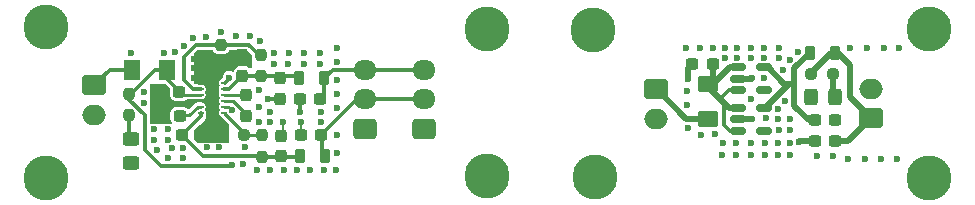
<source format=gtl>
%TF.GenerationSoftware,KiCad,Pcbnew,9.0.0*%
%TF.CreationDate,2025-04-24T22:58:58+03:00*%
%TF.ProjectId,PSU,5053552e-6b69-4636-9164-5f7063625858,rev?*%
%TF.SameCoordinates,Original*%
%TF.FileFunction,Copper,L1,Top*%
%TF.FilePolarity,Positive*%
%FSLAX46Y46*%
G04 Gerber Fmt 4.6, Leading zero omitted, Abs format (unit mm)*
G04 Created by KiCad (PCBNEW 9.0.0) date 2025-04-24 22:58:58*
%MOMM*%
%LPD*%
G01*
G04 APERTURE LIST*
G04 Aperture macros list*
%AMRoundRect*
0 Rectangle with rounded corners*
0 $1 Rounding radius*
0 $2 $3 $4 $5 $6 $7 $8 $9 X,Y pos of 4 corners*
0 Add a 4 corners polygon primitive as box body*
4,1,4,$2,$3,$4,$5,$6,$7,$8,$9,$2,$3,0*
0 Add four circle primitives for the rounded corners*
1,1,$1+$1,$2,$3*
1,1,$1+$1,$4,$5*
1,1,$1+$1,$6,$7*
1,1,$1+$1,$8,$9*
0 Add four rect primitives between the rounded corners*
20,1,$1+$1,$2,$3,$4,$5,0*
20,1,$1+$1,$4,$5,$6,$7,0*
20,1,$1+$1,$6,$7,$8,$9,0*
20,1,$1+$1,$8,$9,$2,$3,0*%
G04 Aperture macros list end*
%TA.AperFunction,ComponentPad*%
%ADD10O,2.000000X1.700000*%
%TD*%
%TA.AperFunction,ComponentPad*%
%ADD11RoundRect,0.250000X-0.750000X0.600000X-0.750000X-0.600000X0.750000X-0.600000X0.750000X0.600000X0*%
%TD*%
%TA.AperFunction,SMDPad,CuDef*%
%ADD12RoundRect,0.237500X-0.300000X-0.237500X0.300000X-0.237500X0.300000X0.237500X-0.300000X0.237500X0*%
%TD*%
%TA.AperFunction,SMDPad,CuDef*%
%ADD13RoundRect,0.237500X-0.237500X0.250000X-0.237500X-0.250000X0.237500X-0.250000X0.237500X0.250000X0*%
%TD*%
%TA.AperFunction,SMDPad,CuDef*%
%ADD14RoundRect,0.237500X0.300000X0.237500X-0.300000X0.237500X-0.300000X-0.237500X0.300000X-0.237500X0*%
%TD*%
%TA.AperFunction,SMDPad,CuDef*%
%ADD15RoundRect,0.250001X0.462499X0.624999X-0.462499X0.624999X-0.462499X-0.624999X0.462499X-0.624999X0*%
%TD*%
%TA.AperFunction,ComponentPad*%
%ADD16O,1.950000X1.700000*%
%TD*%
%TA.AperFunction,ComponentPad*%
%ADD17RoundRect,0.250000X0.725000X-0.600000X0.725000X0.600000X-0.725000X0.600000X-0.725000X-0.600000X0*%
%TD*%
%TA.AperFunction,ConnectorPad*%
%ADD18C,3.800000*%
%TD*%
%TA.AperFunction,ComponentPad*%
%ADD19C,2.600000*%
%TD*%
%TA.AperFunction,SMDPad,CuDef*%
%ADD20RoundRect,0.237500X0.237500X-0.250000X0.237500X0.250000X-0.237500X0.250000X-0.237500X-0.250000X0*%
%TD*%
%TA.AperFunction,SMDPad,CuDef*%
%ADD21RoundRect,0.237500X-0.237500X0.300000X-0.237500X-0.300000X0.237500X-0.300000X0.237500X0.300000X0*%
%TD*%
%TA.AperFunction,SMDPad,CuDef*%
%ADD22RoundRect,0.250000X0.450000X-0.325000X0.450000X0.325000X-0.450000X0.325000X-0.450000X-0.325000X0*%
%TD*%
%TA.AperFunction,ComponentPad*%
%ADD23C,0.600000*%
%TD*%
%TA.AperFunction,SMDPad,CuDef*%
%ADD24R,1.000000X2.650000*%
%TD*%
%TA.AperFunction,SMDPad,CuDef*%
%ADD25RoundRect,0.062500X-0.187500X-0.062500X0.187500X-0.062500X0.187500X0.062500X-0.187500X0.062500X0*%
%TD*%
%TA.AperFunction,SMDPad,CuDef*%
%ADD26RoundRect,0.237500X0.237500X-0.300000X0.237500X0.300000X-0.237500X0.300000X-0.237500X-0.300000X0*%
%TD*%
%TA.AperFunction,SMDPad,CuDef*%
%ADD27RoundRect,0.218750X-0.218750X-0.381250X0.218750X-0.381250X0.218750X0.381250X-0.218750X0.381250X0*%
%TD*%
%TA.AperFunction,SMDPad,CuDef*%
%ADD28RoundRect,0.237500X0.250000X0.237500X-0.250000X0.237500X-0.250000X-0.237500X0.250000X-0.237500X0*%
%TD*%
%TA.AperFunction,SMDPad,CuDef*%
%ADD29RoundRect,0.150000X-0.512500X-0.150000X0.512500X-0.150000X0.512500X0.150000X-0.512500X0.150000X0*%
%TD*%
%TA.AperFunction,SMDPad,CuDef*%
%ADD30RoundRect,0.250000X-0.325000X-0.450000X0.325000X-0.450000X0.325000X0.450000X-0.325000X0.450000X0*%
%TD*%
%TA.AperFunction,SMDPad,CuDef*%
%ADD31RoundRect,0.250001X-0.624999X0.462499X-0.624999X-0.462499X0.624999X-0.462499X0.624999X0.462499X0*%
%TD*%
%TA.AperFunction,SMDPad,CuDef*%
%ADD32RoundRect,0.237500X-0.250000X-0.237500X0.250000X-0.237500X0.250000X0.237500X-0.250000X0.237500X0*%
%TD*%
%TA.AperFunction,ComponentPad*%
%ADD33RoundRect,0.250000X0.750000X-0.600000X0.750000X0.600000X-0.750000X0.600000X-0.750000X-0.600000X0*%
%TD*%
%TA.AperFunction,ViaPad*%
%ADD34C,0.600000*%
%TD*%
%TA.AperFunction,Conductor*%
%ADD35C,0.350000*%
%TD*%
%TA.AperFunction,Conductor*%
%ADD36C,0.200000*%
%TD*%
%TA.AperFunction,Conductor*%
%ADD37C,0.250000*%
%TD*%
%TA.AperFunction,Conductor*%
%ADD38C,0.300000*%
%TD*%
%TA.AperFunction,Conductor*%
%ADD39C,0.500000*%
%TD*%
G04 APERTURE END LIST*
D10*
%TO.P,J1,2,Pin_2*%
%TO.N,AGND*%
X94133500Y-101737800D03*
D11*
%TO.P,J1,1,Pin_1*%
%TO.N,/RAWA_Unprotected*%
X94133500Y-99237800D03*
%TD*%
D12*
%TO.P,C5,2*%
%TO.N,AGND*%
X103327200Y-103454200D03*
%TO.P,C5,1*%
%TO.N,/-2.56V*%
X101602200Y-103454200D03*
%TD*%
D13*
%TO.P,RLd,2*%
%TO.N,Net-(D1-A)*%
X97105300Y-101775900D03*
%TO.P,RLd,1*%
%TO.N,RAW_A*%
X97105300Y-99950900D03*
%TD*%
D14*
%TO.P,C9,2*%
%TO.N,AGND*%
X111635200Y-103454200D03*
%TO.P,C9,1*%
%TO.N,/AVSS*%
X113360200Y-103454200D03*
%TD*%
D15*
%TO.P,F1,2*%
%TO.N,/RAWA_Unprotected*%
X97345000Y-97917000D03*
%TO.P,F1,1*%
%TO.N,RAW_A*%
X100320000Y-97917000D03*
%TD*%
D14*
%TO.P,C3,2*%
%TO.N,AGND*%
X99645300Y-101803200D03*
%TO.P,C3,1*%
%TO.N,Net-(U1-CP)*%
X101370300Y-101803200D03*
%TD*%
D16*
%TO.P,J3,3,Pin_3*%
%TO.N,/AVDD*%
X122052900Y-97931600D03*
%TO.P,J3,2,Pin_2*%
%TO.N,/AVSS*%
X122052900Y-100431600D03*
D17*
%TO.P,J3,1,Pin_1*%
%TO.N,AGND*%
X122052900Y-102931600D03*
%TD*%
D18*
%TO.P,H3,1,1*%
%TO.N,AGND*%
X90018700Y-94335600D03*
D19*
X90018700Y-94335600D03*
%TD*%
D14*
%TO.P,C7,2*%
%TO.N,AGND*%
X111559000Y-100431600D03*
%TO.P,C7,1*%
%TO.N,/AVDD*%
X113284000Y-100431600D03*
%TD*%
D20*
%TO.P,R1,2*%
%TO.N,Net-(U1-FB+)*%
X108255900Y-96648900D03*
%TO.P,R1,1*%
%TO.N,/+2.52V*%
X108255900Y-98473900D03*
%TD*%
D18*
%TO.P,H4,1,1*%
%TO.N,AGND*%
X127356700Y-94462600D03*
D19*
X127356700Y-94462600D03*
%TD*%
D18*
%TO.P,H1,1,1*%
%TO.N,AGND*%
X127382100Y-106883200D03*
D19*
X127382100Y-106883200D03*
%TD*%
D21*
%TO.P,C2,2*%
%TO.N,Net-(U1-C-)*%
X106960500Y-101802100D03*
%TO.P,C2,1*%
%TO.N,Net-(U1-C+)*%
X106960500Y-100077100D03*
%TD*%
D22*
%TO.P,D1,2,A*%
%TO.N,Net-(D1-A)*%
X97283100Y-103800800D03*
%TO.P,D1,1,K*%
%TO.N,AGND*%
X97283100Y-105850800D03*
%TD*%
D21*
%TO.P,C4,2*%
%TO.N,/+2.52V*%
X106681100Y-98423900D03*
%TO.P,C4,1*%
%TO.N,AGND*%
X106681100Y-96698900D03*
%TD*%
D14*
%TO.P,C1,2*%
%TO.N,AGND*%
X99621000Y-99822000D03*
%TO.P,C1,1*%
%TO.N,RAW_A*%
X101346000Y-99822000D03*
%TD*%
D23*
%TO.P,U1,13,PAD*%
%TO.N,AGND*%
X104128050Y-101300600D03*
D24*
X104128050Y-100300600D03*
D23*
X104128050Y-100300600D03*
X104128050Y-99300600D03*
D25*
%TO.P,U1,12,EN+*%
%TO.N,RAW_A*%
X105078050Y-99050600D03*
%TO.P,U1,11,OUT+*%
%TO.N,/+2.52V*%
X105078050Y-99550600D03*
%TO.P,U1,10,C+*%
%TO.N,Net-(U1-C+)*%
X105078050Y-100050600D03*
%TO.P,U1,9,C-*%
%TO.N,Net-(U1-C-)*%
X105078050Y-100550600D03*
%TO.P,U1,8,EN-*%
%TO.N,RAW_A*%
X105078050Y-101050600D03*
%TO.P,U1,7,FB-*%
%TO.N,Net-(U1-FB-)*%
X105078050Y-101550600D03*
%TO.P,U1,6,OUT-*%
%TO.N,/-2.56V*%
X103178050Y-101550600D03*
%TO.P,U1,5,CP*%
%TO.N,Net-(U1-CP)*%
X103178050Y-101050600D03*
%TO.P,U1,4,GND*%
%TO.N,AGND*%
X103178050Y-100550600D03*
%TO.P,U1,3,VIN*%
%TO.N,RAW_A*%
X103178050Y-100050600D03*
%TO.P,U1,2,FB+*%
%TO.N,Net-(U1-FB+)*%
X103178050Y-99550600D03*
%TO.P,U1,1,PGOOD*%
%TO.N,AGND*%
X103178050Y-99050600D03*
%TD*%
D21*
%TO.P,C6,2*%
%TO.N,AGND*%
X109856100Y-100379700D03*
%TO.P,C6,1*%
%TO.N,/+2.52V*%
X109856100Y-98654700D03*
%TD*%
D26*
%TO.P,C8,2*%
%TO.N,AGND*%
X109906900Y-103506100D03*
%TO.P,C8,1*%
%TO.N,/-2.56V*%
X109906900Y-105231100D03*
%TD*%
D18*
%TO.P,H2,1,1*%
%TO.N,AGND*%
X90018700Y-107061000D03*
D19*
X90018700Y-107061000D03*
%TD*%
D27*
%TO.P,L1,2,2*%
%TO.N,/AVDD*%
X113560200Y-98653600D03*
%TO.P,L1,1,1*%
%TO.N,/+2.52V*%
X111435200Y-98653600D03*
%TD*%
D28*
%TO.P,R4,2*%
%TO.N,AGND*%
X104981200Y-103454200D03*
%TO.P,R4,1*%
%TO.N,Net-(U1-FB-)*%
X106806200Y-103454200D03*
%TD*%
D13*
%TO.P,R2,2*%
%TO.N,AGND*%
X104877700Y-97686500D03*
%TO.P,R2,1*%
%TO.N,Net-(U1-FB+)*%
X104877700Y-95861500D03*
%TD*%
D16*
%TO.P,J2,3,Pin_3*%
%TO.N,/AVDD*%
X117074500Y-97931600D03*
%TO.P,J2,2,Pin_2*%
%TO.N,/AVSS*%
X117074500Y-100431600D03*
D17*
%TO.P,J2,1,Pin_1*%
%TO.N,AGND*%
X117074500Y-102931600D03*
%TD*%
D13*
%TO.P,R3,2*%
%TO.N,/-2.56V*%
X108332100Y-105281100D03*
%TO.P,R3,1*%
%TO.N,Net-(U1-FB-)*%
X108332100Y-103456100D03*
%TD*%
D27*
%TO.P,L2,2,2*%
%TO.N,/AVSS*%
X113661800Y-105206800D03*
%TO.P,L2,1,1*%
%TO.N,/-2.56V*%
X111536800Y-105206800D03*
%TD*%
D29*
%TO.P,U2,5,OUT*%
%TO.N,Net-(U2-OUT)*%
X150874118Y-97732204D03*
%TO.P,U2,4,NC*%
%TO.N,unconnected-(U2-NC-Pad4)*%
X150874118Y-99632204D03*
%TO.P,U2,3,EN*%
%TO.N,RAW_D*%
X148599118Y-99632204D03*
%TO.P,U2,2,GND*%
%TO.N,DGND*%
X148599118Y-98682204D03*
%TO.P,U2,1,IN*%
%TO.N,RAW_D*%
X148599118Y-97732204D03*
%TD*%
D18*
%TO.P,H8,1,1*%
%TO.N,DGND*%
X136486668Y-107004304D03*
D19*
X136486668Y-107004304D03*
%TD*%
D18*
%TO.P,H7,1,1*%
%TO.N,DGND*%
X136376218Y-94537158D03*
D19*
X136376218Y-94537158D03*
%TD*%
D14*
%TO.P,C10,2*%
%TO.N,DGND*%
X144759318Y-97402004D03*
%TO.P,C10,1*%
%TO.N,RAW_D*%
X146484318Y-97402004D03*
%TD*%
D30*
%TO.P,D2,2,A*%
%TO.N,Net-(D2-A)*%
X156857618Y-100221404D03*
%TO.P,D2,1,K*%
%TO.N,DGND*%
X154807618Y-100221404D03*
%TD*%
D27*
%TO.P,L3,2,2*%
%TO.N,/3.3V*%
X156818918Y-96487604D03*
%TO.P,L3,1,1*%
%TO.N,Net-(U2-OUT)*%
X154693918Y-96487604D03*
%TD*%
D31*
%TO.P,F2,2*%
%TO.N,/RAWD_Unprotected*%
X146079018Y-102089904D03*
%TO.P,F2,1*%
%TO.N,RAW_D*%
X146079018Y-99114904D03*
%TD*%
D32*
%TO.P,RLd,2*%
%TO.N,Net-(D2-A)*%
X156668918Y-98316404D03*
%TO.P,RLd,1*%
%TO.N,/3.3V*%
X154843918Y-98316404D03*
%TD*%
D18*
%TO.P,H5,1,1*%
%TO.N,DGND*%
X164849618Y-107059358D03*
D19*
X164849618Y-107059358D03*
%TD*%
D29*
%TO.P,U3,5,OUT*%
%TO.N,Net-(U2-OUT)*%
X150874118Y-101176404D03*
%TO.P,U3,4,NC*%
%TO.N,unconnected-(U3-NC-Pad4)*%
X150874118Y-103076404D03*
%TO.P,U3,3,EN*%
%TO.N,RAW_D*%
X148599118Y-103076404D03*
%TO.P,U3,2,GND*%
%TO.N,DGND*%
X148599118Y-102126404D03*
%TO.P,U3,1,IN*%
%TO.N,RAW_D*%
X148599118Y-101176404D03*
%TD*%
D18*
%TO.P,H6,1,1*%
%TO.N,DGND*%
X164849618Y-94511758D03*
D19*
X164849618Y-94511758D03*
%TD*%
D12*
%TO.P,C11,2*%
%TO.N,DGND*%
X156872918Y-102202604D03*
%TO.P,C11,1*%
%TO.N,Net-(U2-OUT)*%
X155147918Y-102202604D03*
%TD*%
D14*
%TO.P,C12,2*%
%TO.N,DGND*%
X155147918Y-103980604D03*
%TO.P,C12,1*%
%TO.N,/3.3V*%
X156872918Y-103980604D03*
%TD*%
D10*
%TO.P,J4,2,Pin_2*%
%TO.N,DGND*%
X141735618Y-102086404D03*
D11*
%TO.P,J4,1,Pin_1*%
%TO.N,/RAWD_Unprotected*%
X141735618Y-99586404D03*
%TD*%
D10*
%TO.P,J5,2,Pin_2*%
%TO.N,DGND*%
X159901418Y-99530204D03*
D33*
%TO.P,J5,1,Pin_1*%
%TO.N,/3.3V*%
X159901418Y-102030204D03*
%TD*%
D34*
%TO.N,AGND*%
X98349900Y-99822000D03*
X102347713Y-100731503D03*
X113285100Y-96520000D03*
X101397900Y-100797000D03*
X108179700Y-95529400D03*
X103683900Y-104495600D03*
X111559000Y-101497300D03*
X114682100Y-97231200D03*
X99467500Y-104724200D03*
X113564500Y-106426000D03*
X114707500Y-101142800D03*
X106173100Y-95097600D03*
X114707500Y-99949000D03*
X104877700Y-94691200D03*
X114656700Y-103428800D03*
X113285100Y-97409000D03*
X108103500Y-102311200D03*
X109053460Y-106426000D03*
X102464700Y-95199200D03*
X100712100Y-104521000D03*
X111913500Y-96494600D03*
X99365900Y-100761800D03*
X111634100Y-102311200D03*
X108078100Y-99644200D03*
X102594120Y-96977200D03*
X98349900Y-100761800D03*
X100991500Y-96418400D03*
X102617100Y-97790000D03*
X109322700Y-97409000D03*
X99162700Y-103835200D03*
X114631300Y-106400600D03*
X100026300Y-96494600D03*
X113335900Y-102311200D03*
X110084700Y-102311200D03*
X109043300Y-101498400D03*
X107316100Y-95097600D03*
X114656700Y-104952800D03*
X109043300Y-102311200D03*
X114707500Y-98780600D03*
X100407300Y-103835200D03*
X111913500Y-97409000D03*
X106858900Y-104495600D03*
X102607814Y-98644314D03*
X97206900Y-96469200D03*
X114682100Y-96088200D03*
X108103500Y-101041200D03*
X110567300Y-97409000D03*
X113335900Y-101473000D03*
X101626500Y-104546400D03*
X101702700Y-95910400D03*
X100356500Y-102920800D03*
X100381900Y-100787200D03*
X109322700Y-96494600D03*
X107925700Y-106426000D03*
X110586100Y-96520000D03*
X100407300Y-105359200D03*
X103582300Y-95158800D03*
X104699900Y-104495600D03*
X108865500Y-100380800D03*
X111308980Y-106426000D03*
X106757300Y-105892600D03*
%TO.N,RAW_A*%
X105766700Y-105994200D03*
%TO.N,AGND*%
X110181220Y-106426000D03*
X101626500Y-105359200D03*
%TO.N,RAW_A*%
X105781958Y-101356142D03*
%TO.N,AGND*%
X112436740Y-106426000D03*
X99162700Y-102920800D03*
%TO.N,RAW_A*%
X105568252Y-98582152D03*
%TO.N,AGND*%
X97283100Y-105850800D03*
%TO.N,DGND*%
X152073418Y-102990004D03*
X152073418Y-96086558D03*
X162131818Y-105453804D03*
X152022618Y-104133004D03*
X153013218Y-103040804D03*
X149736618Y-96894004D03*
X145418618Y-96086558D03*
X160963418Y-96055804D03*
X144351818Y-99688004D03*
X152022618Y-105123604D03*
X152073418Y-96894004D03*
X153013218Y-102066800D03*
X152048018Y-101212004D03*
X150955818Y-105123604D03*
X150854218Y-96894004D03*
X148466618Y-104133004D03*
X153013218Y-104149600D03*
X150854218Y-96086558D03*
X148466618Y-105123604D03*
X149736618Y-105123604D03*
X147577618Y-96894004D03*
X153013218Y-105140200D03*
X159388618Y-105453804D03*
X144402618Y-98672004D03*
X149736618Y-96086558D03*
X144351818Y-100932604D03*
X144275618Y-96086558D03*
X146688618Y-103396404D03*
X149838218Y-102075604D03*
X148517418Y-96086558D03*
X155299218Y-105199804D03*
X156721618Y-105199804D03*
X152048018Y-102075604D03*
X162309618Y-96055804D03*
X158144018Y-96055804D03*
X149863618Y-98646604D03*
X146536218Y-96086558D03*
X156872918Y-102202604D03*
X147323618Y-105174404D03*
X153800618Y-104006004D03*
X150955818Y-104133004D03*
X159566418Y-96055804D03*
X150981218Y-102050204D03*
X149711218Y-100424604D03*
X150854218Y-98646604D03*
X147577618Y-96086558D03*
X148517418Y-96894004D03*
X145494818Y-103421804D03*
X144430099Y-102839904D03*
X152413249Y-97925773D03*
X149736618Y-104133004D03*
X160785618Y-105453804D03*
X154807618Y-100221404D03*
X153685460Y-96435400D03*
X147349018Y-104133004D03*
X152606818Y-100551604D03*
X157966218Y-105453804D03*
X153013218Y-97071804D03*
%TD*%
D35*
%TO.N,/AVSS*%
X116408200Y-100406200D02*
X121976700Y-100406200D01*
X113437500Y-103531500D02*
X113437500Y-104982500D01*
%TO.N,/AVDD*%
X113560200Y-98653600D02*
X113560200Y-100155400D01*
%TO.N,/AVSS*%
X113437500Y-104982500D02*
X113661800Y-105206800D01*
%TO.N,/AVDD*%
X113560200Y-98653600D02*
X114307600Y-97906200D01*
D36*
%TO.N,AGND*%
X110084700Y-102362000D02*
X110084700Y-103328300D01*
D37*
%TO.N,RAW_A*%
X105078050Y-101050600D02*
X105476416Y-101050600D01*
%TO.N,AGND*%
X102987650Y-99050600D02*
X103178050Y-99050600D01*
X103014100Y-99050600D02*
X103178050Y-99050600D01*
D35*
%TO.N,/AVDD*%
X113560200Y-100155400D02*
X113284000Y-100431600D01*
%TO.N,AGND*%
X109855000Y-100380800D02*
X109856100Y-100379700D01*
%TO.N,/AVSS*%
X113361300Y-103454200D02*
X113360200Y-103454200D01*
%TO.N,AGND*%
X111559000Y-101497300D02*
X111559000Y-100431600D01*
D36*
X110084700Y-103328300D02*
X109906900Y-103506100D01*
D35*
%TO.N,/AVSS*%
X113360200Y-103454200D02*
X116408200Y-100406200D01*
D37*
%TO.N,AGND*%
X102607814Y-98644314D02*
X103014100Y-99050600D01*
D35*
X108865500Y-100380800D02*
X109855000Y-100380800D01*
D36*
X111634100Y-102412800D02*
X111634100Y-103453100D01*
D35*
X111634100Y-103453100D02*
X111635200Y-103454200D01*
%TO.N,/AVSS*%
X113360200Y-103454200D02*
X113437500Y-103531500D01*
%TO.N,AGND*%
X99468600Y-101625400D02*
X99621000Y-101473000D01*
%TO.N,/AVDD*%
X114307600Y-97906200D02*
X121976700Y-97906200D01*
D38*
%TO.N,RAW_A*%
X98438800Y-104711500D02*
X99772300Y-106045000D01*
X97105300Y-100449554D02*
X98438800Y-101783054D01*
X100320000Y-97917000D02*
X99289370Y-97917000D01*
X98438800Y-101783054D02*
X98438800Y-104711500D01*
X99289370Y-97917000D02*
X97460900Y-99745470D01*
X99772300Y-106045000D02*
X105715900Y-106045000D01*
X101296300Y-99695000D02*
X101296300Y-99848500D01*
X105715900Y-106045000D02*
X105766700Y-105994200D01*
X97105300Y-99950900D02*
X97105300Y-100449554D01*
X100320000Y-98718700D02*
X101296300Y-99695000D01*
X100320000Y-97917000D02*
X100320000Y-98718700D01*
D37*
X105546498Y-98582152D02*
X105078050Y-99050600D01*
X105476416Y-101050600D02*
X105781958Y-101356142D01*
X103178050Y-100050600D02*
X101600000Y-100050600D01*
X101600000Y-100050600D02*
X101447600Y-99898200D01*
X105568252Y-98582152D02*
X105546498Y-98582152D01*
D35*
%TO.N,/-2.56V*%
X103178050Y-101550600D02*
X103178050Y-101877250D01*
D37*
%TO.N,Net-(U1-C-)*%
X105860300Y-100550600D02*
X105078050Y-100550600D01*
D35*
%TO.N,/-2.56V*%
X108242200Y-105191200D02*
X108332100Y-105281100D01*
D37*
%TO.N,Net-(U1-CP)*%
X103178050Y-101050600D02*
X102912500Y-101050600D01*
D35*
%TO.N,/-2.56V*%
X103178050Y-101877250D02*
X101602200Y-103453100D01*
X109931200Y-105206800D02*
X109906900Y-105231100D01*
%TO.N,/+2.52V*%
X108205900Y-98423900D02*
X108255900Y-98473900D01*
X106681100Y-98423900D02*
X108205900Y-98423900D01*
D37*
%TO.N,Net-(U1-CP)*%
X102912500Y-101050600D02*
X102185300Y-101777800D01*
%TO.N,Net-(U1-C-)*%
X106935100Y-101625400D02*
X105860300Y-100550600D01*
X106935100Y-101852900D02*
X106935100Y-101625400D01*
%TO.N,Net-(U1-C+)*%
X106935100Y-100127900D02*
X106857800Y-100050600D01*
D35*
%TO.N,/+2.52V*%
X111255500Y-98473900D02*
X111435200Y-98653600D01*
D37*
%TO.N,Net-(U1-CP)*%
X102185300Y-101777800D02*
X101396800Y-101777800D01*
%TO.N,Net-(U1-C+)*%
X106857800Y-100050600D02*
X105078050Y-100050600D01*
D35*
%TO.N,/+2.52V*%
X105554400Y-99550600D02*
X106681100Y-98423900D01*
X105078050Y-99550600D02*
X105554400Y-99550600D01*
D37*
X106402800Y-98500100D02*
X106782700Y-98500100D01*
D35*
%TO.N,/-2.56V*%
X101602200Y-103453100D02*
X101602200Y-103454200D01*
%TO.N,/+2.52V*%
X108255900Y-98473900D02*
X111255500Y-98473900D01*
%TO.N,/-2.56V*%
X108332100Y-105281100D02*
X111462500Y-105281100D01*
X103339200Y-105191200D02*
X108242200Y-105191200D01*
X101602200Y-103454200D02*
X103339200Y-105191200D01*
D38*
%TO.N,Net-(U1-FB+)*%
X102769500Y-95808800D02*
X107192746Y-95808800D01*
X108332100Y-96725100D02*
X108130800Y-96725100D01*
X103178050Y-99550600D02*
X102453970Y-99550600D01*
X108130800Y-96725100D02*
X107290700Y-95885000D01*
X108109046Y-96725100D02*
X108332100Y-96725100D01*
X107192746Y-95808800D02*
X107270546Y-95886600D01*
X101731437Y-96846863D02*
X102769500Y-95808800D01*
X101731437Y-98828067D02*
X101731437Y-96846863D01*
D37*
%TO.N,Net-(U1-FB-)*%
X108332100Y-103456100D02*
X106808100Y-103456100D01*
D38*
%TO.N,Net-(U1-FB+)*%
X102453970Y-99550600D02*
X101731437Y-98828067D01*
D37*
%TO.N,Net-(U1-FB-)*%
X105078050Y-101550600D02*
X106806200Y-103278750D01*
X106808100Y-103456100D02*
X106806200Y-103454200D01*
X106806200Y-103278750D02*
X106806200Y-103454200D01*
D38*
%TO.N,/RAWA_Unprotected*%
X95454300Y-97917000D02*
X94133500Y-99237800D01*
%TO.N,Net-(D1-A)*%
X97105300Y-101775900D02*
X97105300Y-103623000D01*
X97105300Y-103623000D02*
X97283100Y-103800800D01*
%TO.N,/RAWA_Unprotected*%
X97345000Y-97917000D02*
X95454300Y-97917000D01*
%TO.N,RAW_D*%
X147425218Y-100754804D02*
X147425218Y-102565003D01*
D39*
X147846818Y-101176404D02*
X148599118Y-101176404D01*
X146484318Y-98709604D02*
X146484318Y-97402004D01*
D38*
X148599118Y-99632204D02*
X147912818Y-99632204D01*
X147936619Y-103076404D02*
X148599118Y-103076404D01*
D39*
X148599118Y-97732204D02*
X147933218Y-97732204D01*
X147933218Y-97732204D02*
X146550518Y-99114904D01*
X146079018Y-99114904D02*
X146079018Y-99408604D01*
D38*
X147912818Y-99632204D02*
X147107718Y-100437304D01*
D39*
X147107718Y-100437304D02*
X147846818Y-101176404D01*
X146079018Y-99357804D02*
X146079018Y-99114904D01*
D38*
X147107718Y-100437304D02*
X147425218Y-100754804D01*
D39*
X146079018Y-99408604D02*
X147107718Y-100437304D01*
X146550518Y-99114904D02*
X146079018Y-99114904D01*
X146079018Y-99114904D02*
X146484318Y-98709604D01*
X148599118Y-101176404D02*
X148538118Y-101237404D01*
D38*
X147425218Y-102565003D02*
X147936619Y-103076404D01*
D39*
%TO.N,Net-(U2-OUT)*%
X154693918Y-96487604D02*
X153368818Y-97812704D01*
X153368818Y-100961004D02*
X154610418Y-102202604D01*
X153368818Y-97812704D02*
X153368818Y-99332404D01*
X153368818Y-99332404D02*
X153368818Y-100961004D01*
X150889818Y-101176404D02*
X150874118Y-101176404D01*
X154610418Y-102202604D02*
X155147918Y-102202604D01*
X153368818Y-99103804D02*
X152962418Y-99103804D01*
X151159018Y-97732204D02*
X152530618Y-99103804D01*
X150874118Y-101176404D02*
X150935118Y-101237404D01*
X152530618Y-99103804D02*
X153368818Y-99103804D01*
X150874118Y-97732204D02*
X151159018Y-97732204D01*
X152962418Y-99103804D02*
X150889818Y-101176404D01*
%TO.N,/3.3V*%
X156518418Y-96487604D02*
X154843918Y-98162104D01*
%TO.N,DGND*%
X149787418Y-102126404D02*
X149838218Y-102075604D01*
X148599118Y-102126404D02*
X149787418Y-102126404D01*
%TO.N,/3.3V*%
X154843918Y-98162104D02*
X154843918Y-98316404D01*
%TO.N,DGND*%
X149863618Y-98646604D02*
X149828018Y-98682204D01*
%TO.N,/3.3V*%
X157128018Y-96487604D02*
X158144018Y-97503604D01*
X158144018Y-100272804D02*
X159901418Y-102030204D01*
X158144018Y-97503604D02*
X158144018Y-100272804D01*
X156818918Y-96487604D02*
X156518418Y-96487604D01*
X156872918Y-103980604D02*
X157951018Y-103980604D01*
X156818918Y-96487604D02*
X157128018Y-96487604D01*
%TO.N,DGND*%
X153826018Y-103980604D02*
X153800618Y-104006004D01*
X141858518Y-102089904D02*
X141842018Y-102106404D01*
X155147918Y-103980604D02*
X155147918Y-103927604D01*
%TO.N,/3.3V*%
X157951018Y-103980604D02*
X159901418Y-102030204D01*
%TO.N,DGND*%
X144428018Y-97733304D02*
X144428018Y-98646604D01*
%TO.N,/RAWD_Unprotected*%
X141761018Y-99586404D02*
X141735618Y-99586404D01*
%TO.N,DGND*%
X144759318Y-97402004D02*
X144428018Y-97733304D01*
%TO.N,/RAWD_Unprotected*%
X144264518Y-102089904D02*
X141761018Y-99586404D01*
X146079018Y-102089904D02*
X144264518Y-102089904D01*
%TO.N,DGND*%
X144428018Y-98646604D02*
X144402618Y-98672004D01*
X149828018Y-98682204D02*
X148599118Y-98682204D01*
%TO.N,Net-(D2-A)*%
X156668918Y-98316404D02*
X156668918Y-100032704D01*
%TO.N,DGND*%
X155147918Y-103980604D02*
X153826018Y-103980604D01*
%TO.N,Net-(D2-A)*%
X156668918Y-100032704D02*
X156857618Y-100221404D01*
%TD*%
%TA.AperFunction,Conductor*%
%TO.N,AGND*%
G36*
X104136783Y-96228985D02*
G01*
X104182538Y-96281789D01*
X104185918Y-96289948D01*
X104187468Y-96294101D01*
X104207489Y-96347780D01*
X104241051Y-96392612D01*
X104291584Y-96460116D01*
X104381755Y-96527618D01*
X104387973Y-96532273D01*
X104403922Y-96544212D01*
X104496294Y-96578665D01*
X104535400Y-96593251D01*
X104593509Y-96599499D01*
X104593526Y-96599500D01*
X105161874Y-96599500D01*
X105161890Y-96599499D01*
X105219999Y-96593251D01*
X105351478Y-96544212D01*
X105463816Y-96460116D01*
X105547912Y-96347778D01*
X105569475Y-96289964D01*
X105611346Y-96234033D01*
X105676810Y-96209616D01*
X105685656Y-96209300D01*
X106995252Y-96209300D01*
X107010735Y-96213447D01*
X107024474Y-96212792D01*
X107057241Y-96225907D01*
X107061955Y-96228628D01*
X107087647Y-96248340D01*
X107435781Y-96596474D01*
X107469266Y-96657797D01*
X107472100Y-96684155D01*
X107472100Y-97680938D01*
X107452415Y-97747977D01*
X107399611Y-97793732D01*
X107330453Y-97803676D01*
X107273789Y-97780205D01*
X107267216Y-97775284D01*
X107214606Y-97735900D01*
X107154880Y-97691189D01*
X107154878Y-97691188D01*
X107127397Y-97680938D01*
X107023399Y-97642148D01*
X106965290Y-97635900D01*
X106965274Y-97635900D01*
X106396926Y-97635900D01*
X106396909Y-97635900D01*
X106338800Y-97642148D01*
X106207319Y-97691189D01*
X106094984Y-97775284D01*
X106010888Y-97887621D01*
X105965621Y-98008985D01*
X105923750Y-98064918D01*
X105858285Y-98089334D01*
X105790012Y-98074482D01*
X105787442Y-98073038D01*
X105780742Y-98069170D01*
X105780741Y-98069169D01*
X105764876Y-98064918D01*
X105640727Y-98031652D01*
X105495777Y-98031652D01*
X105371628Y-98064918D01*
X105355763Y-98069169D01*
X105230240Y-98141640D01*
X105230234Y-98141645D01*
X105127745Y-98244134D01*
X105127740Y-98244140D01*
X105055269Y-98369663D01*
X105055268Y-98369667D01*
X105017752Y-98509677D01*
X105017752Y-98509679D01*
X105017752Y-98528499D01*
X104998067Y-98595538D01*
X104981433Y-98616180D01*
X104777577Y-98820035D01*
X104777573Y-98820040D01*
X104728141Y-98905660D01*
X104728140Y-98905661D01*
X104713532Y-98960178D01*
X104702550Y-99001164D01*
X104702550Y-99100036D01*
X104710690Y-99130415D01*
X104728140Y-99195538D01*
X104731251Y-99203047D01*
X104728009Y-99204389D01*
X104740593Y-99256787D01*
X104724135Y-99312598D01*
X104681547Y-99386362D01*
X104681547Y-99386363D01*
X104652550Y-99494582D01*
X104652550Y-99606618D01*
X104678962Y-99705187D01*
X104681547Y-99714836D01*
X104681548Y-99714839D01*
X104724134Y-99788600D01*
X104740607Y-99856500D01*
X104728733Y-99897109D01*
X104731251Y-99898152D01*
X104728140Y-99905660D01*
X104728140Y-99905662D01*
X104702550Y-100001165D01*
X104702550Y-100100035D01*
X104728140Y-100195538D01*
X104728141Y-100195539D01*
X104728141Y-100195540D01*
X104753002Y-100238600D01*
X104769475Y-100306500D01*
X104753002Y-100362600D01*
X104728141Y-100405659D01*
X104728141Y-100405660D01*
X104728140Y-100405662D01*
X104702550Y-100501165D01*
X104702550Y-100600035D01*
X104728140Y-100695538D01*
X104728141Y-100695539D01*
X104728141Y-100695540D01*
X104753002Y-100738600D01*
X104769475Y-100806500D01*
X104753002Y-100862599D01*
X104748484Y-100870423D01*
X104728141Y-100905659D01*
X104728141Y-100905660D01*
X104728140Y-100905662D01*
X104702550Y-101001165D01*
X104702550Y-101100035D01*
X104728140Y-101195538D01*
X104728141Y-101195539D01*
X104728142Y-101195542D01*
X104753001Y-101238598D01*
X104769475Y-101306498D01*
X104753003Y-101362597D01*
X104728142Y-101405658D01*
X104728140Y-101405661D01*
X104722184Y-101427890D01*
X104702550Y-101501164D01*
X104702550Y-101600036D01*
X104711346Y-101632862D01*
X104728140Y-101695538D01*
X104728141Y-101695539D01*
X104777573Y-101781159D01*
X104777577Y-101781164D01*
X105541731Y-102545318D01*
X105575216Y-102606641D01*
X105578050Y-102632999D01*
X105578050Y-104017126D01*
X105558365Y-104084165D01*
X105505561Y-104129920D01*
X105455182Y-104141121D01*
X102966084Y-104163837D01*
X102898867Y-104144765D01*
X102877271Y-104127523D01*
X102612419Y-103862671D01*
X102578934Y-103801348D01*
X102576100Y-103774990D01*
X102576100Y-103132310D01*
X102595785Y-103065271D01*
X102612419Y-103044629D01*
X103050407Y-102606641D01*
X103518534Y-102138514D01*
X103574553Y-102041487D01*
X103603550Y-101933269D01*
X103603550Y-101821232D01*
X103603550Y-101494582D01*
X103574553Y-101386363D01*
X103531966Y-101312600D01*
X103515493Y-101244700D01*
X103527449Y-101204129D01*
X103524848Y-101203052D01*
X103527958Y-101195542D01*
X103527959Y-101195539D01*
X103527960Y-101195538D01*
X103553550Y-101100035D01*
X103553550Y-101001165D01*
X103527960Y-100905662D01*
X103478525Y-100820038D01*
X103408612Y-100750125D01*
X103322988Y-100700690D01*
X103227485Y-100675100D01*
X102961936Y-100675100D01*
X102863064Y-100675100D01*
X102857097Y-100676699D01*
X102767560Y-100700690D01*
X102767559Y-100700691D01*
X102681936Y-100750126D01*
X102576100Y-100855962D01*
X102576100Y-100426100D01*
X103227482Y-100426100D01*
X103227485Y-100426100D01*
X103322988Y-100400510D01*
X103408612Y-100351075D01*
X103478525Y-100281162D01*
X103527960Y-100195538D01*
X103553550Y-100100035D01*
X103553550Y-100001165D01*
X103527960Y-99905662D01*
X103517532Y-99887601D01*
X103501058Y-99819703D01*
X103517530Y-99763603D01*
X103551257Y-99705187D01*
X103578550Y-99603327D01*
X103578550Y-99497873D01*
X103551257Y-99396013D01*
X103498530Y-99304687D01*
X103423963Y-99230120D01*
X103332637Y-99177393D01*
X103230777Y-99150100D01*
X103230776Y-99150100D01*
X102700100Y-99150100D01*
X102633061Y-99130415D01*
X102587306Y-99077611D01*
X102576100Y-99026100D01*
X102576100Y-96619954D01*
X102595785Y-96552915D01*
X102612419Y-96532273D01*
X102899073Y-96245619D01*
X102960396Y-96212134D01*
X102986754Y-96209300D01*
X104069744Y-96209300D01*
X104136783Y-96228985D01*
G37*
%TD.AperFunction*%
%TD*%
%TA.AperFunction,Conductor*%
%TO.N,AGND*%
G36*
X100140818Y-99109967D02*
G01*
X100161592Y-99126685D01*
X100339595Y-99304687D01*
X100521681Y-99486773D01*
X100555166Y-99548096D01*
X100558000Y-99574454D01*
X100558000Y-100106190D01*
X100564248Y-100164299D01*
X100603354Y-100269144D01*
X100613288Y-100295778D01*
X100697384Y-100408116D01*
X100809722Y-100492212D01*
X100902094Y-100526665D01*
X100941200Y-100541251D01*
X100999309Y-100547499D01*
X100999326Y-100547500D01*
X101692674Y-100547500D01*
X101692690Y-100547499D01*
X101750799Y-100541251D01*
X101882278Y-100492212D01*
X101937553Y-100450832D01*
X102003017Y-100426416D01*
X102011864Y-100426100D01*
X102576100Y-100426100D01*
X102576100Y-100855962D01*
X102204042Y-101228020D01*
X102142719Y-101261505D01*
X102073027Y-101256521D01*
X102026704Y-101221843D01*
X102025190Y-101223358D01*
X102018918Y-101217087D01*
X102018916Y-101217084D01*
X101943885Y-101160916D01*
X101906580Y-101132989D01*
X101906578Y-101132988D01*
X101879944Y-101123054D01*
X101775099Y-101083948D01*
X101716990Y-101077700D01*
X101716974Y-101077700D01*
X101023626Y-101077700D01*
X101023609Y-101077700D01*
X100965500Y-101083948D01*
X100834019Y-101132989D01*
X100721684Y-101217084D01*
X100637589Y-101329419D01*
X100588548Y-101460900D01*
X100582300Y-101519009D01*
X100582300Y-102087390D01*
X100588548Y-102145499D01*
X100637589Y-102276980D01*
X100685881Y-102341489D01*
X100710298Y-102406953D01*
X100695447Y-102475226D01*
X100646042Y-102524632D01*
X100586614Y-102539800D01*
X98989071Y-102539800D01*
X98922032Y-102520115D01*
X98876277Y-102467311D01*
X98865077Y-102416978D01*
X98843683Y-100164299D01*
X98834687Y-99217012D01*
X98853734Y-99149789D01*
X98906101Y-99103535D01*
X98958514Y-99091835D01*
X100073759Y-99090371D01*
X100140818Y-99109967D01*
G37*
%TD.AperFunction*%
%TD*%
M02*

</source>
